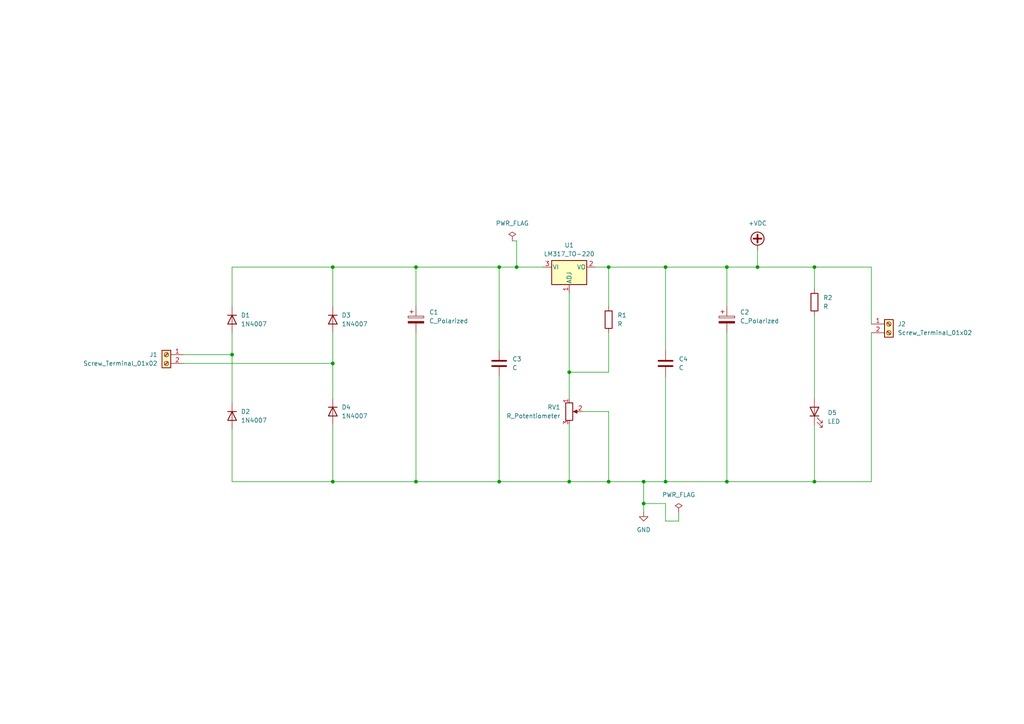
<source format=kicad_sch>
(kicad_sch
	(version 20231120)
	(generator "eeschema")
	(generator_version "8.0")
	(uuid "064e3726-804e-42e7-a651-6f5560fcd5ca")
	(paper "A4")
	(lib_symbols
		(symbol "Connector:Screw_Terminal_01x02"
			(pin_names
				(offset 1.016) hide)
			(exclude_from_sim no)
			(in_bom yes)
			(on_board yes)
			(property "Reference" "J"
				(at 0 2.54 0)
				(effects
					(font
						(size 1.27 1.27)
					)
				)
			)
			(property "Value" "Screw_Terminal_01x02"
				(at 0 -5.08 0)
				(effects
					(font
						(size 1.27 1.27)
					)
				)
			)
			(property "Footprint" ""
				(at 0 0 0)
				(effects
					(font
						(size 1.27 1.27)
					)
					(hide yes)
				)
			)
			(property "Datasheet" "~"
				(at 0 0 0)
				(effects
					(font
						(size 1.27 1.27)
					)
					(hide yes)
				)
			)
			(property "Description" "Generic screw terminal, single row, 01x02, script generated (kicad-library-utils/schlib/autogen/connector/)"
				(at 0 0 0)
				(effects
					(font
						(size 1.27 1.27)
					)
					(hide yes)
				)
			)
			(property "ki_keywords" "screw terminal"
				(at 0 0 0)
				(effects
					(font
						(size 1.27 1.27)
					)
					(hide yes)
				)
			)
			(property "ki_fp_filters" "TerminalBlock*:*"
				(at 0 0 0)
				(effects
					(font
						(size 1.27 1.27)
					)
					(hide yes)
				)
			)
			(symbol "Screw_Terminal_01x02_1_1"
				(rectangle
					(start -1.27 1.27)
					(end 1.27 -3.81)
					(stroke
						(width 0.254)
						(type default)
					)
					(fill
						(type background)
					)
				)
				(circle
					(center 0 -2.54)
					(radius 0.635)
					(stroke
						(width 0.1524)
						(type default)
					)
					(fill
						(type none)
					)
				)
				(polyline
					(pts
						(xy -0.5334 -2.2098) (xy 0.3302 -3.048)
					)
					(stroke
						(width 0.1524)
						(type default)
					)
					(fill
						(type none)
					)
				)
				(polyline
					(pts
						(xy -0.5334 0.3302) (xy 0.3302 -0.508)
					)
					(stroke
						(width 0.1524)
						(type default)
					)
					(fill
						(type none)
					)
				)
				(polyline
					(pts
						(xy -0.3556 -2.032) (xy 0.508 -2.8702)
					)
					(stroke
						(width 0.1524)
						(type default)
					)
					(fill
						(type none)
					)
				)
				(polyline
					(pts
						(xy -0.3556 0.508) (xy 0.508 -0.3302)
					)
					(stroke
						(width 0.1524)
						(type default)
					)
					(fill
						(type none)
					)
				)
				(circle
					(center 0 0)
					(radius 0.635)
					(stroke
						(width 0.1524)
						(type default)
					)
					(fill
						(type none)
					)
				)
				(pin passive line
					(at -5.08 0 0)
					(length 3.81)
					(name "Pin_1"
						(effects
							(font
								(size 1.27 1.27)
							)
						)
					)
					(number "1"
						(effects
							(font
								(size 1.27 1.27)
							)
						)
					)
				)
				(pin passive line
					(at -5.08 -2.54 0)
					(length 3.81)
					(name "Pin_2"
						(effects
							(font
								(size 1.27 1.27)
							)
						)
					)
					(number "2"
						(effects
							(font
								(size 1.27 1.27)
							)
						)
					)
				)
			)
		)
		(symbol "Device:C"
			(pin_numbers hide)
			(pin_names
				(offset 0.254)
			)
			(exclude_from_sim no)
			(in_bom yes)
			(on_board yes)
			(property "Reference" "C"
				(at 0.635 2.54 0)
				(effects
					(font
						(size 1.27 1.27)
					)
					(justify left)
				)
			)
			(property "Value" "C"
				(at 0.635 -2.54 0)
				(effects
					(font
						(size 1.27 1.27)
					)
					(justify left)
				)
			)
			(property "Footprint" ""
				(at 0.9652 -3.81 0)
				(effects
					(font
						(size 1.27 1.27)
					)
					(hide yes)
				)
			)
			(property "Datasheet" "~"
				(at 0 0 0)
				(effects
					(font
						(size 1.27 1.27)
					)
					(hide yes)
				)
			)
			(property "Description" "Unpolarized capacitor"
				(at 0 0 0)
				(effects
					(font
						(size 1.27 1.27)
					)
					(hide yes)
				)
			)
			(property "ki_keywords" "cap capacitor"
				(at 0 0 0)
				(effects
					(font
						(size 1.27 1.27)
					)
					(hide yes)
				)
			)
			(property "ki_fp_filters" "C_*"
				(at 0 0 0)
				(effects
					(font
						(size 1.27 1.27)
					)
					(hide yes)
				)
			)
			(symbol "C_0_1"
				(polyline
					(pts
						(xy -2.032 -0.762) (xy 2.032 -0.762)
					)
					(stroke
						(width 0.508)
						(type default)
					)
					(fill
						(type none)
					)
				)
				(polyline
					(pts
						(xy -2.032 0.762) (xy 2.032 0.762)
					)
					(stroke
						(width 0.508)
						(type default)
					)
					(fill
						(type none)
					)
				)
			)
			(symbol "C_1_1"
				(pin passive line
					(at 0 3.81 270)
					(length 2.794)
					(name "~"
						(effects
							(font
								(size 1.27 1.27)
							)
						)
					)
					(number "1"
						(effects
							(font
								(size 1.27 1.27)
							)
						)
					)
				)
				(pin passive line
					(at 0 -3.81 90)
					(length 2.794)
					(name "~"
						(effects
							(font
								(size 1.27 1.27)
							)
						)
					)
					(number "2"
						(effects
							(font
								(size 1.27 1.27)
							)
						)
					)
				)
			)
		)
		(symbol "Device:C_Polarized"
			(pin_numbers hide)
			(pin_names
				(offset 0.254)
			)
			(exclude_from_sim no)
			(in_bom yes)
			(on_board yes)
			(property "Reference" "C"
				(at 0.635 2.54 0)
				(effects
					(font
						(size 1.27 1.27)
					)
					(justify left)
				)
			)
			(property "Value" "C_Polarized"
				(at 0.635 -2.54 0)
				(effects
					(font
						(size 1.27 1.27)
					)
					(justify left)
				)
			)
			(property "Footprint" ""
				(at 0.9652 -3.81 0)
				(effects
					(font
						(size 1.27 1.27)
					)
					(hide yes)
				)
			)
			(property "Datasheet" "~"
				(at 0 0 0)
				(effects
					(font
						(size 1.27 1.27)
					)
					(hide yes)
				)
			)
			(property "Description" "Polarized capacitor"
				(at 0 0 0)
				(effects
					(font
						(size 1.27 1.27)
					)
					(hide yes)
				)
			)
			(property "ki_keywords" "cap capacitor"
				(at 0 0 0)
				(effects
					(font
						(size 1.27 1.27)
					)
					(hide yes)
				)
			)
			(property "ki_fp_filters" "CP_*"
				(at 0 0 0)
				(effects
					(font
						(size 1.27 1.27)
					)
					(hide yes)
				)
			)
			(symbol "C_Polarized_0_1"
				(rectangle
					(start -2.286 0.508)
					(end 2.286 1.016)
					(stroke
						(width 0)
						(type default)
					)
					(fill
						(type none)
					)
				)
				(polyline
					(pts
						(xy -1.778 2.286) (xy -0.762 2.286)
					)
					(stroke
						(width 0)
						(type default)
					)
					(fill
						(type none)
					)
				)
				(polyline
					(pts
						(xy -1.27 2.794) (xy -1.27 1.778)
					)
					(stroke
						(width 0)
						(type default)
					)
					(fill
						(type none)
					)
				)
				(rectangle
					(start 2.286 -0.508)
					(end -2.286 -1.016)
					(stroke
						(width 0)
						(type default)
					)
					(fill
						(type outline)
					)
				)
			)
			(symbol "C_Polarized_1_1"
				(pin passive line
					(at 0 3.81 270)
					(length 2.794)
					(name "~"
						(effects
							(font
								(size 1.27 1.27)
							)
						)
					)
					(number "1"
						(effects
							(font
								(size 1.27 1.27)
							)
						)
					)
				)
				(pin passive line
					(at 0 -3.81 90)
					(length 2.794)
					(name "~"
						(effects
							(font
								(size 1.27 1.27)
							)
						)
					)
					(number "2"
						(effects
							(font
								(size 1.27 1.27)
							)
						)
					)
				)
			)
		)
		(symbol "Device:LED"
			(pin_numbers hide)
			(pin_names
				(offset 1.016) hide)
			(exclude_from_sim no)
			(in_bom yes)
			(on_board yes)
			(property "Reference" "D"
				(at 0 2.54 0)
				(effects
					(font
						(size 1.27 1.27)
					)
				)
			)
			(property "Value" "LED"
				(at 0 -2.54 0)
				(effects
					(font
						(size 1.27 1.27)
					)
				)
			)
			(property "Footprint" ""
				(at 0 0 0)
				(effects
					(font
						(size 1.27 1.27)
					)
					(hide yes)
				)
			)
			(property "Datasheet" "~"
				(at 0 0 0)
				(effects
					(font
						(size 1.27 1.27)
					)
					(hide yes)
				)
			)
			(property "Description" "Light emitting diode"
				(at 0 0 0)
				(effects
					(font
						(size 1.27 1.27)
					)
					(hide yes)
				)
			)
			(property "ki_keywords" "LED diode"
				(at 0 0 0)
				(effects
					(font
						(size 1.27 1.27)
					)
					(hide yes)
				)
			)
			(property "ki_fp_filters" "LED* LED_SMD:* LED_THT:*"
				(at 0 0 0)
				(effects
					(font
						(size 1.27 1.27)
					)
					(hide yes)
				)
			)
			(symbol "LED_0_1"
				(polyline
					(pts
						(xy -1.27 -1.27) (xy -1.27 1.27)
					)
					(stroke
						(width 0.254)
						(type default)
					)
					(fill
						(type none)
					)
				)
				(polyline
					(pts
						(xy -1.27 0) (xy 1.27 0)
					)
					(stroke
						(width 0)
						(type default)
					)
					(fill
						(type none)
					)
				)
				(polyline
					(pts
						(xy 1.27 -1.27) (xy 1.27 1.27) (xy -1.27 0) (xy 1.27 -1.27)
					)
					(stroke
						(width 0.254)
						(type default)
					)
					(fill
						(type none)
					)
				)
				(polyline
					(pts
						(xy -3.048 -0.762) (xy -4.572 -2.286) (xy -3.81 -2.286) (xy -4.572 -2.286) (xy -4.572 -1.524)
					)
					(stroke
						(width 0)
						(type default)
					)
					(fill
						(type none)
					)
				)
				(polyline
					(pts
						(xy -1.778 -0.762) (xy -3.302 -2.286) (xy -2.54 -2.286) (xy -3.302 -2.286) (xy -3.302 -1.524)
					)
					(stroke
						(width 0)
						(type default)
					)
					(fill
						(type none)
					)
				)
			)
			(symbol "LED_1_1"
				(pin passive line
					(at -3.81 0 0)
					(length 2.54)
					(name "K"
						(effects
							(font
								(size 1.27 1.27)
							)
						)
					)
					(number "1"
						(effects
							(font
								(size 1.27 1.27)
							)
						)
					)
				)
				(pin passive line
					(at 3.81 0 180)
					(length 2.54)
					(name "A"
						(effects
							(font
								(size 1.27 1.27)
							)
						)
					)
					(number "2"
						(effects
							(font
								(size 1.27 1.27)
							)
						)
					)
				)
			)
		)
		(symbol "Device:R"
			(pin_numbers hide)
			(pin_names
				(offset 0)
			)
			(exclude_from_sim no)
			(in_bom yes)
			(on_board yes)
			(property "Reference" "R"
				(at 2.032 0 90)
				(effects
					(font
						(size 1.27 1.27)
					)
				)
			)
			(property "Value" "R"
				(at 0 0 90)
				(effects
					(font
						(size 1.27 1.27)
					)
				)
			)
			(property "Footprint" ""
				(at -1.778 0 90)
				(effects
					(font
						(size 1.27 1.27)
					)
					(hide yes)
				)
			)
			(property "Datasheet" "~"
				(at 0 0 0)
				(effects
					(font
						(size 1.27 1.27)
					)
					(hide yes)
				)
			)
			(property "Description" "Resistor"
				(at 0 0 0)
				(effects
					(font
						(size 1.27 1.27)
					)
					(hide yes)
				)
			)
			(property "ki_keywords" "R res resistor"
				(at 0 0 0)
				(effects
					(font
						(size 1.27 1.27)
					)
					(hide yes)
				)
			)
			(property "ki_fp_filters" "R_*"
				(at 0 0 0)
				(effects
					(font
						(size 1.27 1.27)
					)
					(hide yes)
				)
			)
			(symbol "R_0_1"
				(rectangle
					(start -1.016 -2.54)
					(end 1.016 2.54)
					(stroke
						(width 0.254)
						(type default)
					)
					(fill
						(type none)
					)
				)
			)
			(symbol "R_1_1"
				(pin passive line
					(at 0 3.81 270)
					(length 1.27)
					(name "~"
						(effects
							(font
								(size 1.27 1.27)
							)
						)
					)
					(number "1"
						(effects
							(font
								(size 1.27 1.27)
							)
						)
					)
				)
				(pin passive line
					(at 0 -3.81 90)
					(length 1.27)
					(name "~"
						(effects
							(font
								(size 1.27 1.27)
							)
						)
					)
					(number "2"
						(effects
							(font
								(size 1.27 1.27)
							)
						)
					)
				)
			)
		)
		(symbol "Device:R_Potentiometer"
			(pin_names
				(offset 1.016) hide)
			(exclude_from_sim no)
			(in_bom yes)
			(on_board yes)
			(property "Reference" "RV"
				(at -4.445 0 90)
				(effects
					(font
						(size 1.27 1.27)
					)
				)
			)
			(property "Value" "R_Potentiometer"
				(at -2.54 0 90)
				(effects
					(font
						(size 1.27 1.27)
					)
				)
			)
			(property "Footprint" ""
				(at 0 0 0)
				(effects
					(font
						(size 1.27 1.27)
					)
					(hide yes)
				)
			)
			(property "Datasheet" "~"
				(at 0 0 0)
				(effects
					(font
						(size 1.27 1.27)
					)
					(hide yes)
				)
			)
			(property "Description" "Potentiometer"
				(at 0 0 0)
				(effects
					(font
						(size 1.27 1.27)
					)
					(hide yes)
				)
			)
			(property "ki_keywords" "resistor variable"
				(at 0 0 0)
				(effects
					(font
						(size 1.27 1.27)
					)
					(hide yes)
				)
			)
			(property "ki_fp_filters" "Potentiometer*"
				(at 0 0 0)
				(effects
					(font
						(size 1.27 1.27)
					)
					(hide yes)
				)
			)
			(symbol "R_Potentiometer_0_1"
				(polyline
					(pts
						(xy 2.54 0) (xy 1.524 0)
					)
					(stroke
						(width 0)
						(type default)
					)
					(fill
						(type none)
					)
				)
				(polyline
					(pts
						(xy 1.143 0) (xy 2.286 0.508) (xy 2.286 -0.508) (xy 1.143 0)
					)
					(stroke
						(width 0)
						(type default)
					)
					(fill
						(type outline)
					)
				)
				(rectangle
					(start 1.016 2.54)
					(end -1.016 -2.54)
					(stroke
						(width 0.254)
						(type default)
					)
					(fill
						(type none)
					)
				)
			)
			(symbol "R_Potentiometer_1_1"
				(pin passive line
					(at 0 3.81 270)
					(length 1.27)
					(name "1"
						(effects
							(font
								(size 1.27 1.27)
							)
						)
					)
					(number "1"
						(effects
							(font
								(size 1.27 1.27)
							)
						)
					)
				)
				(pin passive line
					(at 3.81 0 180)
					(length 1.27)
					(name "2"
						(effects
							(font
								(size 1.27 1.27)
							)
						)
					)
					(number "2"
						(effects
							(font
								(size 1.27 1.27)
							)
						)
					)
				)
				(pin passive line
					(at 0 -3.81 90)
					(length 1.27)
					(name "3"
						(effects
							(font
								(size 1.27 1.27)
							)
						)
					)
					(number "3"
						(effects
							(font
								(size 1.27 1.27)
							)
						)
					)
				)
			)
		)
		(symbol "Diode:1N4007"
			(pin_numbers hide)
			(pin_names hide)
			(exclude_from_sim no)
			(in_bom yes)
			(on_board yes)
			(property "Reference" "D"
				(at 0 2.54 0)
				(effects
					(font
						(size 1.27 1.27)
					)
				)
			)
			(property "Value" "1N4007"
				(at 0 -2.54 0)
				(effects
					(font
						(size 1.27 1.27)
					)
				)
			)
			(property "Footprint" "Diode_THT:D_DO-41_SOD81_P10.16mm_Horizontal"
				(at 0 -4.445 0)
				(effects
					(font
						(size 1.27 1.27)
					)
					(hide yes)
				)
			)
			(property "Datasheet" "http://www.vishay.com/docs/88503/1n4001.pdf"
				(at 0 0 0)
				(effects
					(font
						(size 1.27 1.27)
					)
					(hide yes)
				)
			)
			(property "Description" "1000V 1A General Purpose Rectifier Diode, DO-41"
				(at 0 0 0)
				(effects
					(font
						(size 1.27 1.27)
					)
					(hide yes)
				)
			)
			(property "Sim.Device" "D"
				(at 0 0 0)
				(effects
					(font
						(size 1.27 1.27)
					)
					(hide yes)
				)
			)
			(property "Sim.Pins" "1=K 2=A"
				(at 0 0 0)
				(effects
					(font
						(size 1.27 1.27)
					)
					(hide yes)
				)
			)
			(property "ki_keywords" "diode"
				(at 0 0 0)
				(effects
					(font
						(size 1.27 1.27)
					)
					(hide yes)
				)
			)
			(property "ki_fp_filters" "D*DO?41*"
				(at 0 0 0)
				(effects
					(font
						(size 1.27 1.27)
					)
					(hide yes)
				)
			)
			(symbol "1N4007_0_1"
				(polyline
					(pts
						(xy -1.27 1.27) (xy -1.27 -1.27)
					)
					(stroke
						(width 0.254)
						(type default)
					)
					(fill
						(type none)
					)
				)
				(polyline
					(pts
						(xy 1.27 0) (xy -1.27 0)
					)
					(stroke
						(width 0)
						(type default)
					)
					(fill
						(type none)
					)
				)
				(polyline
					(pts
						(xy 1.27 1.27) (xy 1.27 -1.27) (xy -1.27 0) (xy 1.27 1.27)
					)
					(stroke
						(width 0.254)
						(type default)
					)
					(fill
						(type none)
					)
				)
			)
			(symbol "1N4007_1_1"
				(pin passive line
					(at -3.81 0 0)
					(length 2.54)
					(name "K"
						(effects
							(font
								(size 1.27 1.27)
							)
						)
					)
					(number "1"
						(effects
							(font
								(size 1.27 1.27)
							)
						)
					)
				)
				(pin passive line
					(at 3.81 0 180)
					(length 2.54)
					(name "A"
						(effects
							(font
								(size 1.27 1.27)
							)
						)
					)
					(number "2"
						(effects
							(font
								(size 1.27 1.27)
							)
						)
					)
				)
			)
		)
		(symbol "Regulator_Linear:LM317_TO-220"
			(pin_names
				(offset 0.254)
			)
			(exclude_from_sim no)
			(in_bom yes)
			(on_board yes)
			(property "Reference" "U"
				(at -3.81 3.175 0)
				(effects
					(font
						(size 1.27 1.27)
					)
				)
			)
			(property "Value" "LM317_TO-220"
				(at 0 3.175 0)
				(effects
					(font
						(size 1.27 1.27)
					)
					(justify left)
				)
			)
			(property "Footprint" "Package_TO_SOT_THT:TO-220-3_Vertical"
				(at 0 6.35 0)
				(effects
					(font
						(size 1.27 1.27)
						(italic yes)
					)
					(hide yes)
				)
			)
			(property "Datasheet" "http://www.ti.com/lit/ds/symlink/lm317.pdf"
				(at 0 0 0)
				(effects
					(font
						(size 1.27 1.27)
					)
					(hide yes)
				)
			)
			(property "Description" "1.5A 35V Adjustable Linear Regulator, TO-220"
				(at 0 0 0)
				(effects
					(font
						(size 1.27 1.27)
					)
					(hide yes)
				)
			)
			(property "ki_keywords" "Adjustable Voltage Regulator 1A Positive"
				(at 0 0 0)
				(effects
					(font
						(size 1.27 1.27)
					)
					(hide yes)
				)
			)
			(property "ki_fp_filters" "TO?220*"
				(at 0 0 0)
				(effects
					(font
						(size 1.27 1.27)
					)
					(hide yes)
				)
			)
			(symbol "LM317_TO-220_0_1"
				(rectangle
					(start -5.08 1.905)
					(end 5.08 -5.08)
					(stroke
						(width 0.254)
						(type default)
					)
					(fill
						(type background)
					)
				)
			)
			(symbol "LM317_TO-220_1_1"
				(pin input line
					(at 0 -7.62 90)
					(length 2.54)
					(name "ADJ"
						(effects
							(font
								(size 1.27 1.27)
							)
						)
					)
					(number "1"
						(effects
							(font
								(size 1.27 1.27)
							)
						)
					)
				)
				(pin power_out line
					(at 7.62 0 180)
					(length 2.54)
					(name "VO"
						(effects
							(font
								(size 1.27 1.27)
							)
						)
					)
					(number "2"
						(effects
							(font
								(size 1.27 1.27)
							)
						)
					)
				)
				(pin power_in line
					(at -7.62 0 0)
					(length 2.54)
					(name "VI"
						(effects
							(font
								(size 1.27 1.27)
							)
						)
					)
					(number "3"
						(effects
							(font
								(size 1.27 1.27)
							)
						)
					)
				)
			)
		)
		(symbol "power:+VDC"
			(power)
			(pin_numbers hide)
			(pin_names
				(offset 0) hide)
			(exclude_from_sim no)
			(in_bom yes)
			(on_board yes)
			(property "Reference" "#PWR"
				(at 0 -2.54 0)
				(effects
					(font
						(size 1.27 1.27)
					)
					(hide yes)
				)
			)
			(property "Value" "+VDC"
				(at 0 6.35 0)
				(effects
					(font
						(size 1.27 1.27)
					)
				)
			)
			(property "Footprint" ""
				(at 0 0 0)
				(effects
					(font
						(size 1.27 1.27)
					)
					(hide yes)
				)
			)
			(property "Datasheet" ""
				(at 0 0 0)
				(effects
					(font
						(size 1.27 1.27)
					)
					(hide yes)
				)
			)
			(property "Description" "Power symbol creates a global label with name \"+VDC\""
				(at 0 0 0)
				(effects
					(font
						(size 1.27 1.27)
					)
					(hide yes)
				)
			)
			(property "ki_keywords" "global power"
				(at 0 0 0)
				(effects
					(font
						(size 1.27 1.27)
					)
					(hide yes)
				)
			)
			(symbol "+VDC_0_1"
				(polyline
					(pts
						(xy -1.143 3.175) (xy 1.143 3.175)
					)
					(stroke
						(width 0.508)
						(type default)
					)
					(fill
						(type none)
					)
				)
				(polyline
					(pts
						(xy 0 0) (xy 0 1.27)
					)
					(stroke
						(width 0)
						(type default)
					)
					(fill
						(type none)
					)
				)
				(polyline
					(pts
						(xy 0 2.032) (xy 0 4.318)
					)
					(stroke
						(width 0.508)
						(type default)
					)
					(fill
						(type none)
					)
				)
				(circle
					(center 0 3.175)
					(radius 1.905)
					(stroke
						(width 0.254)
						(type default)
					)
					(fill
						(type none)
					)
				)
			)
			(symbol "+VDC_1_1"
				(pin power_in line
					(at 0 0 90)
					(length 0)
					(name "~"
						(effects
							(font
								(size 1.27 1.27)
							)
						)
					)
					(number "1"
						(effects
							(font
								(size 1.27 1.27)
							)
						)
					)
				)
			)
		)
		(symbol "power:GND"
			(power)
			(pin_numbers hide)
			(pin_names
				(offset 0) hide)
			(exclude_from_sim no)
			(in_bom yes)
			(on_board yes)
			(property "Reference" "#PWR"
				(at 0 -6.35 0)
				(effects
					(font
						(size 1.27 1.27)
					)
					(hide yes)
				)
			)
			(property "Value" "GND"
				(at 0 -3.81 0)
				(effects
					(font
						(size 1.27 1.27)
					)
				)
			)
			(property "Footprint" ""
				(at 0 0 0)
				(effects
					(font
						(size 1.27 1.27)
					)
					(hide yes)
				)
			)
			(property "Datasheet" ""
				(at 0 0 0)
				(effects
					(font
						(size 1.27 1.27)
					)
					(hide yes)
				)
			)
			(property "Description" "Power symbol creates a global label with name \"GND\" , ground"
				(at 0 0 0)
				(effects
					(font
						(size 1.27 1.27)
					)
					(hide yes)
				)
			)
			(property "ki_keywords" "global power"
				(at 0 0 0)
				(effects
					(font
						(size 1.27 1.27)
					)
					(hide yes)
				)
			)
			(symbol "GND_0_1"
				(polyline
					(pts
						(xy 0 0) (xy 0 -1.27) (xy 1.27 -1.27) (xy 0 -2.54) (xy -1.27 -1.27) (xy 0 -1.27)
					)
					(stroke
						(width 0)
						(type default)
					)
					(fill
						(type none)
					)
				)
			)
			(symbol "GND_1_1"
				(pin power_in line
					(at 0 0 270)
					(length 0)
					(name "~"
						(effects
							(font
								(size 1.27 1.27)
							)
						)
					)
					(number "1"
						(effects
							(font
								(size 1.27 1.27)
							)
						)
					)
				)
			)
		)
		(symbol "power:PWR_FLAG"
			(power)
			(pin_numbers hide)
			(pin_names
				(offset 0) hide)
			(exclude_from_sim no)
			(in_bom yes)
			(on_board yes)
			(property "Reference" "#FLG"
				(at 0 1.905 0)
				(effects
					(font
						(size 1.27 1.27)
					)
					(hide yes)
				)
			)
			(property "Value" "PWR_FLAG"
				(at 0 3.81 0)
				(effects
					(font
						(size 1.27 1.27)
					)
				)
			)
			(property "Footprint" ""
				(at 0 0 0)
				(effects
					(font
						(size 1.27 1.27)
					)
					(hide yes)
				)
			)
			(property "Datasheet" "~"
				(at 0 0 0)
				(effects
					(font
						(size 1.27 1.27)
					)
					(hide yes)
				)
			)
			(property "Description" "Special symbol for telling ERC where power comes from"
				(at 0 0 0)
				(effects
					(font
						(size 1.27 1.27)
					)
					(hide yes)
				)
			)
			(property "ki_keywords" "flag power"
				(at 0 0 0)
				(effects
					(font
						(size 1.27 1.27)
					)
					(hide yes)
				)
			)
			(symbol "PWR_FLAG_0_0"
				(pin power_out line
					(at 0 0 90)
					(length 0)
					(name "~"
						(effects
							(font
								(size 1.27 1.27)
							)
						)
					)
					(number "1"
						(effects
							(font
								(size 1.27 1.27)
							)
						)
					)
				)
			)
			(symbol "PWR_FLAG_0_1"
				(polyline
					(pts
						(xy 0 0) (xy 0 1.27) (xy -1.016 1.905) (xy 0 2.54) (xy 1.016 1.905) (xy 0 1.27)
					)
					(stroke
						(width 0)
						(type default)
					)
					(fill
						(type none)
					)
				)
			)
		)
	)
	(junction
		(at 165.1 107.95)
		(diameter 0)
		(color 0 0 0 0)
		(uuid "007c2216-cf27-401c-9bd5-a0bd6351a5c7")
	)
	(junction
		(at 144.78 139.7)
		(diameter 0)
		(color 0 0 0 0)
		(uuid "0ea164fa-2c81-450d-bc6b-988bc7fd8ba8")
	)
	(junction
		(at 96.52 77.47)
		(diameter 0)
		(color 0 0 0 0)
		(uuid "2269f452-21f4-4dc9-ba57-dd753f87bfe1")
	)
	(junction
		(at 193.04 139.7)
		(diameter 0)
		(color 0 0 0 0)
		(uuid "2646a67b-b365-47ee-82db-79b1dbd391a7")
	)
	(junction
		(at 67.31 102.87)
		(diameter 0)
		(color 0 0 0 0)
		(uuid "272f45fd-86c4-4b14-9ff6-9fb0365335cb")
	)
	(junction
		(at 176.53 139.7)
		(diameter 0)
		(color 0 0 0 0)
		(uuid "2ffe23bd-559c-48ea-85be-1ecae4f518a5")
	)
	(junction
		(at 236.22 77.47)
		(diameter 0)
		(color 0 0 0 0)
		(uuid "33850020-9b7e-4171-86aa-f38b8f10f5b6")
	)
	(junction
		(at 165.1 139.7)
		(diameter 0)
		(color 0 0 0 0)
		(uuid "3e8e4b21-f3f7-4860-a241-a8d110ce2519")
	)
	(junction
		(at 96.52 105.41)
		(diameter 0)
		(color 0 0 0 0)
		(uuid "3fb6e9ba-885d-4f2c-b5ad-356256678b61")
	)
	(junction
		(at 236.22 139.7)
		(diameter 0)
		(color 0 0 0 0)
		(uuid "458f12b2-d9ac-403a-a757-b04e1cb463b0")
	)
	(junction
		(at 176.53 77.47)
		(diameter 0)
		(color 0 0 0 0)
		(uuid "50e4b2d0-9190-4e3d-ac87-4684f1acd61d")
	)
	(junction
		(at 149.86 77.47)
		(diameter 0)
		(color 0 0 0 0)
		(uuid "60033036-4890-48cf-803a-fe88fb4373da")
	)
	(junction
		(at 120.65 139.7)
		(diameter 0)
		(color 0 0 0 0)
		(uuid "646a5b07-aa0c-4665-a58a-4cea44adcbb2")
	)
	(junction
		(at 210.82 139.7)
		(diameter 0)
		(color 0 0 0 0)
		(uuid "6733edfb-68cb-4b3c-9a10-fa88faa82cdb")
	)
	(junction
		(at 186.69 146.05)
		(diameter 0)
		(color 0 0 0 0)
		(uuid "6740b41b-5a1b-4f35-91b8-b7b8890d4f54")
	)
	(junction
		(at 210.82 77.47)
		(diameter 0)
		(color 0 0 0 0)
		(uuid "6e3312bb-ef99-4d33-ac8e-9c254de72121")
	)
	(junction
		(at 144.78 77.47)
		(diameter 0)
		(color 0 0 0 0)
		(uuid "72b51ee4-62a0-4f37-93bc-69e61e7025f5")
	)
	(junction
		(at 186.69 139.7)
		(diameter 0)
		(color 0 0 0 0)
		(uuid "7d87de82-7e62-4fb8-b389-aec0e7b0aab2")
	)
	(junction
		(at 219.71 77.47)
		(diameter 0)
		(color 0 0 0 0)
		(uuid "9dd5cce9-47a2-48e3-8742-87c540580b0b")
	)
	(junction
		(at 193.04 77.47)
		(diameter 0)
		(color 0 0 0 0)
		(uuid "9eb894cf-a0f1-46bd-8b91-6b4d7946a808")
	)
	(junction
		(at 96.52 139.7)
		(diameter 0)
		(color 0 0 0 0)
		(uuid "d5f1dbac-0285-417e-92c2-1283eef90661")
	)
	(junction
		(at 120.65 77.47)
		(diameter 0)
		(color 0 0 0 0)
		(uuid "e5c1a661-bb3c-4ded-9fc0-0a488d2dcc7c")
	)
	(wire
		(pts
			(xy 219.71 77.47) (xy 236.22 77.47)
		)
		(stroke
			(width 0)
			(type default)
		)
		(uuid "01183a9a-67cd-4db9-93eb-62b6ed439172")
	)
	(wire
		(pts
			(xy 176.53 119.38) (xy 176.53 139.7)
		)
		(stroke
			(width 0)
			(type default)
		)
		(uuid "0172c100-3ead-4246-bfcd-162e0b5ff03e")
	)
	(wire
		(pts
			(xy 144.78 139.7) (xy 165.1 139.7)
		)
		(stroke
			(width 0)
			(type default)
		)
		(uuid "0788c5ad-3e42-49b0-abc3-b95e2f0e3da8")
	)
	(wire
		(pts
			(xy 236.22 139.7) (xy 252.73 139.7)
		)
		(stroke
			(width 0)
			(type default)
		)
		(uuid "0d26e346-41e1-43e1-91ef-212132c3bce0")
	)
	(wire
		(pts
			(xy 67.31 77.47) (xy 67.31 88.9)
		)
		(stroke
			(width 0)
			(type default)
		)
		(uuid "10e7e313-6da4-4287-962b-91e01f583cea")
	)
	(wire
		(pts
			(xy 193.04 151.13) (xy 196.85 151.13)
		)
		(stroke
			(width 0)
			(type default)
		)
		(uuid "13cf4e66-4a94-4ef8-b8f3-4bc36cb6682b")
	)
	(wire
		(pts
			(xy 120.65 96.52) (xy 120.65 139.7)
		)
		(stroke
			(width 0)
			(type default)
		)
		(uuid "164555c3-4ba2-4495-88d0-0d7cf28064ba")
	)
	(wire
		(pts
			(xy 67.31 102.87) (xy 67.31 96.52)
		)
		(stroke
			(width 0)
			(type default)
		)
		(uuid "1a67624f-1295-4033-bfb5-97ffde063283")
	)
	(wire
		(pts
			(xy 165.1 139.7) (xy 176.53 139.7)
		)
		(stroke
			(width 0)
			(type default)
		)
		(uuid "22367297-c322-42b9-a9ff-430cb398def0")
	)
	(wire
		(pts
			(xy 210.82 77.47) (xy 210.82 88.9)
		)
		(stroke
			(width 0)
			(type default)
		)
		(uuid "2505be5f-962d-40a8-85df-1f17854169e2")
	)
	(wire
		(pts
			(xy 219.71 72.39) (xy 219.71 77.47)
		)
		(stroke
			(width 0)
			(type default)
		)
		(uuid "25c1597f-3d18-4621-9edb-a5d605a569f9")
	)
	(wire
		(pts
			(xy 210.82 139.7) (xy 236.22 139.7)
		)
		(stroke
			(width 0)
			(type default)
		)
		(uuid "2c7cf7b9-2ddb-40f0-bd4d-fde9928e91c1")
	)
	(wire
		(pts
			(xy 120.65 77.47) (xy 120.65 88.9)
		)
		(stroke
			(width 0)
			(type default)
		)
		(uuid "30e72630-df4a-4e26-9252-0fd2c1c0de1f")
	)
	(wire
		(pts
			(xy 186.69 146.05) (xy 186.69 148.59)
		)
		(stroke
			(width 0)
			(type default)
		)
		(uuid "34bc538f-e522-4d8e-b4ae-c4fafefe992b")
	)
	(wire
		(pts
			(xy 165.1 85.09) (xy 165.1 107.95)
		)
		(stroke
			(width 0)
			(type default)
		)
		(uuid "3568295b-43b0-4dac-978a-8b9cc5def16c")
	)
	(wire
		(pts
			(xy 193.04 146.05) (xy 193.04 151.13)
		)
		(stroke
			(width 0)
			(type default)
		)
		(uuid "392078bd-b6c3-4e10-92f2-aee65f1ef136")
	)
	(wire
		(pts
			(xy 96.52 77.47) (xy 96.52 88.9)
		)
		(stroke
			(width 0)
			(type default)
		)
		(uuid "40aa37ef-9331-427d-a0b0-9ff5fecb0ecf")
	)
	(wire
		(pts
			(xy 165.1 107.95) (xy 165.1 115.57)
		)
		(stroke
			(width 0)
			(type default)
		)
		(uuid "42132562-5e6e-4aec-8542-6aaea06430ca")
	)
	(wire
		(pts
			(xy 210.82 96.52) (xy 210.82 139.7)
		)
		(stroke
			(width 0)
			(type default)
		)
		(uuid "466334f9-a03c-4313-bedf-cc94b3763d90")
	)
	(wire
		(pts
			(xy 96.52 105.41) (xy 96.52 115.57)
		)
		(stroke
			(width 0)
			(type default)
		)
		(uuid "46696934-bb1e-443d-8565-8cb14f54f625")
	)
	(wire
		(pts
			(xy 96.52 139.7) (xy 120.65 139.7)
		)
		(stroke
			(width 0)
			(type default)
		)
		(uuid "53290140-b9b1-4635-a6e2-dcf614b623d6")
	)
	(wire
		(pts
			(xy 144.78 77.47) (xy 120.65 77.47)
		)
		(stroke
			(width 0)
			(type default)
		)
		(uuid "53466dd0-b961-4a20-b437-40572f71a001")
	)
	(wire
		(pts
			(xy 53.34 105.41) (xy 96.52 105.41)
		)
		(stroke
			(width 0)
			(type default)
		)
		(uuid "53b1e066-de12-45ac-a0ab-a5e99f1fd043")
	)
	(wire
		(pts
			(xy 96.52 123.19) (xy 96.52 139.7)
		)
		(stroke
			(width 0)
			(type default)
		)
		(uuid "5805365f-3d63-4da3-a6ea-71b60aaa9f00")
	)
	(wire
		(pts
			(xy 210.82 77.47) (xy 219.71 77.47)
		)
		(stroke
			(width 0)
			(type default)
		)
		(uuid "580c09a2-ebaf-4453-8d18-114329ba3a6a")
	)
	(wire
		(pts
			(xy 144.78 77.47) (xy 144.78 101.6)
		)
		(stroke
			(width 0)
			(type default)
		)
		(uuid "5bf7191c-0a51-489c-9da5-b3088e1e13f9")
	)
	(wire
		(pts
			(xy 148.59 69.85) (xy 149.86 69.85)
		)
		(stroke
			(width 0)
			(type default)
		)
		(uuid "633440a3-8164-4750-aeff-b1542b2a4479")
	)
	(wire
		(pts
			(xy 67.31 102.87) (xy 67.31 116.84)
		)
		(stroke
			(width 0)
			(type default)
		)
		(uuid "65ddddc0-2688-46ec-9ce4-d47c6f4fdeac")
	)
	(wire
		(pts
			(xy 120.65 139.7) (xy 144.78 139.7)
		)
		(stroke
			(width 0)
			(type default)
		)
		(uuid "6b75528d-33a9-4b81-ba23-2327a88dcf27")
	)
	(wire
		(pts
			(xy 176.53 77.47) (xy 193.04 77.47)
		)
		(stroke
			(width 0)
			(type default)
		)
		(uuid "6d80c8bd-b20f-4c5e-80bc-18ff65e5a5a6")
	)
	(wire
		(pts
			(xy 193.04 139.7) (xy 210.82 139.7)
		)
		(stroke
			(width 0)
			(type default)
		)
		(uuid "711d7c7e-a941-4604-afb4-f6877f207f5b")
	)
	(wire
		(pts
			(xy 196.85 151.13) (xy 196.85 148.59)
		)
		(stroke
			(width 0)
			(type default)
		)
		(uuid "717a31d2-c134-4f48-9f7e-a9ba332ab41a")
	)
	(wire
		(pts
			(xy 149.86 69.85) (xy 149.86 77.47)
		)
		(stroke
			(width 0)
			(type default)
		)
		(uuid "757e16da-e3de-4187-96ec-0f4d9faf43a6")
	)
	(wire
		(pts
			(xy 236.22 91.44) (xy 236.22 115.57)
		)
		(stroke
			(width 0)
			(type default)
		)
		(uuid "79a1867b-3988-430c-907f-72c94c5d0140")
	)
	(wire
		(pts
			(xy 236.22 77.47) (xy 252.73 77.47)
		)
		(stroke
			(width 0)
			(type default)
		)
		(uuid "7c5a3e6d-5fdf-4eba-b998-3afaeecfa07e")
	)
	(wire
		(pts
			(xy 236.22 77.47) (xy 236.22 83.82)
		)
		(stroke
			(width 0)
			(type default)
		)
		(uuid "84016787-fc16-43ae-924c-0ccb3ef86df6")
	)
	(wire
		(pts
			(xy 168.91 119.38) (xy 176.53 119.38)
		)
		(stroke
			(width 0)
			(type default)
		)
		(uuid "981caa87-1508-47c7-9a64-2b277b90f52b")
	)
	(wire
		(pts
			(xy 67.31 139.7) (xy 96.52 139.7)
		)
		(stroke
			(width 0)
			(type default)
		)
		(uuid "99c6e36b-8c22-42e4-834c-ef84fb39cd3f")
	)
	(wire
		(pts
			(xy 193.04 109.22) (xy 193.04 139.7)
		)
		(stroke
			(width 0)
			(type default)
		)
		(uuid "9bc1bfcc-6bf1-4ada-b120-48433650c9ed")
	)
	(wire
		(pts
			(xy 186.69 139.7) (xy 186.69 146.05)
		)
		(stroke
			(width 0)
			(type default)
		)
		(uuid "9e480a15-f36f-4dbe-8a16-5a984e86e835")
	)
	(wire
		(pts
			(xy 120.65 77.47) (xy 96.52 77.47)
		)
		(stroke
			(width 0)
			(type default)
		)
		(uuid "9efc394b-1812-4e88-9d4b-6c4fc5c72aa4")
	)
	(wire
		(pts
			(xy 144.78 109.22) (xy 144.78 139.7)
		)
		(stroke
			(width 0)
			(type default)
		)
		(uuid "a40d65ee-767a-404e-ba66-407b0cfc30bb")
	)
	(wire
		(pts
			(xy 176.53 139.7) (xy 186.69 139.7)
		)
		(stroke
			(width 0)
			(type default)
		)
		(uuid "ad511b27-206c-4b35-ab34-471b97ae17d4")
	)
	(wire
		(pts
			(xy 149.86 77.47) (xy 157.48 77.47)
		)
		(stroke
			(width 0)
			(type default)
		)
		(uuid "b714917e-c68a-403c-8b5f-86d57e68a642")
	)
	(wire
		(pts
			(xy 144.78 77.47) (xy 149.86 77.47)
		)
		(stroke
			(width 0)
			(type default)
		)
		(uuid "b76f2a2b-bb48-4fe9-abd7-ae54c1e3df9d")
	)
	(wire
		(pts
			(xy 176.53 96.52) (xy 176.53 107.95)
		)
		(stroke
			(width 0)
			(type default)
		)
		(uuid "b7cebec9-e5b6-4602-a977-9e5e23ca34ad")
	)
	(wire
		(pts
			(xy 67.31 124.46) (xy 67.31 139.7)
		)
		(stroke
			(width 0)
			(type default)
		)
		(uuid "ba47f2bd-87cf-4584-83b3-18387aa5bc6b")
	)
	(wire
		(pts
			(xy 236.22 123.19) (xy 236.22 139.7)
		)
		(stroke
			(width 0)
			(type default)
		)
		(uuid "bd115555-54f1-4668-9149-7aceb264e947")
	)
	(wire
		(pts
			(xy 252.73 77.47) (xy 252.73 93.98)
		)
		(stroke
			(width 0)
			(type default)
		)
		(uuid "c12054f6-1650-4572-a374-b05d66e84197")
	)
	(wire
		(pts
			(xy 96.52 96.52) (xy 96.52 105.41)
		)
		(stroke
			(width 0)
			(type default)
		)
		(uuid "c79029c7-9803-4b95-a4ee-dc9ead2933f6")
	)
	(wire
		(pts
			(xy 176.53 77.47) (xy 176.53 88.9)
		)
		(stroke
			(width 0)
			(type default)
		)
		(uuid "c84922d3-3808-48b4-86c2-268b2b650eb9")
	)
	(wire
		(pts
			(xy 96.52 77.47) (xy 67.31 77.47)
		)
		(stroke
			(width 0)
			(type default)
		)
		(uuid "c9552030-d734-468c-a3e3-616af8dc84f6")
	)
	(wire
		(pts
			(xy 186.69 139.7) (xy 193.04 139.7)
		)
		(stroke
			(width 0)
			(type default)
		)
		(uuid "ccf52d0d-59e9-4b50-9121-2a5e2cba4e6d")
	)
	(wire
		(pts
			(xy 252.73 139.7) (xy 252.73 96.52)
		)
		(stroke
			(width 0)
			(type default)
		)
		(uuid "d15d4984-070a-427b-9cfa-2ad26fd482ab")
	)
	(wire
		(pts
			(xy 193.04 77.47) (xy 210.82 77.47)
		)
		(stroke
			(width 0)
			(type default)
		)
		(uuid "e09aef0d-9ab0-40bf-acc9-932e00bbc79a")
	)
	(wire
		(pts
			(xy 193.04 77.47) (xy 193.04 101.6)
		)
		(stroke
			(width 0)
			(type default)
		)
		(uuid "e720c899-5d39-4a8c-803a-b19be1a8c508")
	)
	(wire
		(pts
			(xy 165.1 123.19) (xy 165.1 139.7)
		)
		(stroke
			(width 0)
			(type default)
		)
		(uuid "efaaa1fb-88a7-4d71-afbf-5f9137cfd620")
	)
	(wire
		(pts
			(xy 53.34 102.87) (xy 67.31 102.87)
		)
		(stroke
			(width 0)
			(type default)
		)
		(uuid "f0a38435-fba0-40b6-bbd0-fe6130ddde11")
	)
	(wire
		(pts
			(xy 186.69 146.05) (xy 193.04 146.05)
		)
		(stroke
			(width 0)
			(type default)
		)
		(uuid "f14854f2-9dad-4669-8428-9c2e035fdb7c")
	)
	(wire
		(pts
			(xy 176.53 107.95) (xy 165.1 107.95)
		)
		(stroke
			(width 0)
			(type default)
		)
		(uuid "f2fe6350-0388-42c3-96ae-a0c98bfc94bc")
	)
	(wire
		(pts
			(xy 172.72 77.47) (xy 176.53 77.47)
		)
		(stroke
			(width 0)
			(type default)
		)
		(uuid "fdfc16d3-2851-4a3f-94ef-0f75b7c5bb04")
	)
	(symbol
		(lib_id "Connector:Screw_Terminal_01x02")
		(at 257.81 93.98 0)
		(unit 1)
		(exclude_from_sim no)
		(in_bom yes)
		(on_board yes)
		(dnp no)
		(fields_autoplaced yes)
		(uuid "05cdf140-1088-40ec-92be-8b90b2ab85ad")
		(property "Reference" "J2"
			(at 260.35 93.9799 0)
			(effects
				(font
					(size 1.27 1.27)
				)
				(justify left)
			)
		)
		(property "Value" "Screw_Terminal_01x02"
			(at 260.35 96.5199 0)
			(effects
				(font
					(size 1.27 1.27)
				)
				(justify left)
			)
		)
		(property "Footprint" "TerminalBlock_Altech:Altech_AK300_1x02_P5.00mm_45-Degree"
			(at 257.81 93.98 0)
			(effects
				(font
					(size 1.27 1.27)
				)
				(hide yes)
			)
		)
		(property "Datasheet" "~"
			(at 257.81 93.98 0)
			(effects
				(font
					(size 1.27 1.27)
				)
				(hide yes)
			)
		)
		(property "Description" "Generic screw terminal, single row, 01x02, script generated (kicad-library-utils/schlib/autogen/connector/)"
			(at 257.81 93.98 0)
			(effects
				(font
					(size 1.27 1.27)
				)
				(hide yes)
			)
		)
		(pin "1"
			(uuid "8e80b9a4-d171-44ac-8049-b871b37f01fc")
		)
		(pin "2"
			(uuid "a8e06440-9ac8-40f1-b523-afb30caed242")
		)
		(instances
			(project "FuenteBAE"
				(path "/064e3726-804e-42e7-a651-6f5560fcd5ca"
					(reference "J2")
					(unit 1)
				)
			)
		)
	)
	(symbol
		(lib_id "Device:C_Polarized")
		(at 120.65 92.71 0)
		(unit 1)
		(exclude_from_sim no)
		(in_bom yes)
		(on_board yes)
		(dnp no)
		(fields_autoplaced yes)
		(uuid "16170b8d-d123-49a8-ab32-e0ea18e3e4da")
		(property "Reference" "C1"
			(at 124.46 90.5509 0)
			(effects
				(font
					(size 1.27 1.27)
				)
				(justify left)
			)
		)
		(property "Value" "C_Polarized"
			(at 124.46 93.0909 0)
			(effects
				(font
					(size 1.27 1.27)
				)
				(justify left)
			)
		)
		(property "Footprint" "Capacitor_THT:CP_Radial_D10.0mm_P2.50mm"
			(at 121.6152 96.52 0)
			(effects
				(font
					(size 1.27 1.27)
				)
				(hide yes)
			)
		)
		(property "Datasheet" "~"
			(at 120.65 92.71 0)
			(effects
				(font
					(size 1.27 1.27)
				)
				(hide yes)
			)
		)
		(property "Description" "Polarized capacitor"
			(at 120.65 92.71 0)
			(effects
				(font
					(size 1.27 1.27)
				)
				(hide yes)
			)
		)
		(pin "2"
			(uuid "c0b2cbc9-78af-4a38-8ac7-7f1055e85f7c")
		)
		(pin "1"
			(uuid "d751620f-6acc-4924-b06c-ea40d4317e79")
		)
		(instances
			(project "FuenteBAE"
				(path "/064e3726-804e-42e7-a651-6f5560fcd5ca"
					(reference "C1")
					(unit 1)
				)
			)
		)
	)
	(symbol
		(lib_id "Diode:1N4007")
		(at 96.52 119.38 270)
		(unit 1)
		(exclude_from_sim no)
		(in_bom yes)
		(on_board yes)
		(dnp no)
		(fields_autoplaced yes)
		(uuid "1dfe0e6b-19d7-4a8f-9558-3a58bce338da")
		(property "Reference" "D4"
			(at 99.06 118.1099 90)
			(effects
				(font
					(size 1.27 1.27)
				)
				(justify left)
			)
		)
		(property "Value" "1N4007"
			(at 99.06 120.6499 90)
			(effects
				(font
					(size 1.27 1.27)
				)
				(justify left)
			)
		)
		(property "Footprint" "Diode_THT:D_DO-41_SOD81_P10.16mm_Horizontal"
			(at 92.075 119.38 0)
			(effects
				(font
					(size 1.27 1.27)
				)
				(hide yes)
			)
		)
		(property "Datasheet" "http://www.vishay.com/docs/88503/1n4001.pdf"
			(at 96.52 119.38 0)
			(effects
				(font
					(size 1.27 1.27)
				)
				(hide yes)
			)
		)
		(property "Description" "1000V 1A General Purpose Rectifier Diode, DO-41"
			(at 96.52 119.38 0)
			(effects
				(font
					(size 1.27 1.27)
				)
				(hide yes)
			)
		)
		(property "Sim.Device" "D"
			(at 96.52 119.38 0)
			(effects
				(font
					(size 1.27 1.27)
				)
				(hide yes)
			)
		)
		(property "Sim.Pins" "1=K 2=A"
			(at 96.52 119.38 0)
			(effects
				(font
					(size 1.27 1.27)
				)
				(hide yes)
			)
		)
		(pin "2"
			(uuid "d190a1f2-7f27-4797-b0dd-05286ca86000")
		)
		(pin "1"
			(uuid "959f70d9-a93c-4806-8fd5-6a5c52c2f0ea")
		)
		(instances
			(project "FuenteBAE"
				(path "/064e3726-804e-42e7-a651-6f5560fcd5ca"
					(reference "D4")
					(unit 1)
				)
			)
		)
	)
	(symbol
		(lib_id "power:GND")
		(at 186.69 148.59 0)
		(unit 1)
		(exclude_from_sim no)
		(in_bom yes)
		(on_board yes)
		(dnp no)
		(fields_autoplaced yes)
		(uuid "1efdd529-8a75-488f-bdac-20c54a97755f")
		(property "Reference" "#PWR01"
			(at 186.69 154.94 0)
			(effects
				(font
					(size 1.27 1.27)
				)
				(hide yes)
			)
		)
		(property "Value" "GND"
			(at 186.69 153.67 0)
			(effects
				(font
					(size 1.27 1.27)
				)
			)
		)
		(property "Footprint" ""
			(at 186.69 148.59 0)
			(effects
				(font
					(size 1.27 1.27)
				)
				(hide yes)
			)
		)
		(property "Datasheet" ""
			(at 186.69 148.59 0)
			(effects
				(font
					(size 1.27 1.27)
				)
				(hide yes)
			)
		)
		(property "Description" "Power symbol creates a global label with name \"GND\" , ground"
			(at 186.69 148.59 0)
			(effects
				(font
					(size 1.27 1.27)
				)
				(hide yes)
			)
		)
		(pin "1"
			(uuid "8abd79c8-8187-4c31-a8bb-13d8ccf7ba6f")
		)
		(instances
			(project "FuenteBAE"
				(path "/064e3726-804e-42e7-a651-6f5560fcd5ca"
					(reference "#PWR01")
					(unit 1)
				)
			)
		)
	)
	(symbol
		(lib_id "Diode:1N4007")
		(at 67.31 92.71 270)
		(unit 1)
		(exclude_from_sim no)
		(in_bom yes)
		(on_board yes)
		(dnp no)
		(fields_autoplaced yes)
		(uuid "23298304-b59a-438f-aa23-dab410cb4403")
		(property "Reference" "D1"
			(at 69.85 91.4399 90)
			(effects
				(font
					(size 1.27 1.27)
				)
				(justify left)
			)
		)
		(property "Value" "1N4007"
			(at 69.85 93.9799 90)
			(effects
				(font
					(size 1.27 1.27)
				)
				(justify left)
			)
		)
		(property "Footprint" "Diode_THT:D_DO-41_SOD81_P10.16mm_Horizontal"
			(at 62.865 92.71 0)
			(effects
				(font
					(size 1.27 1.27)
				)
				(hide yes)
			)
		)
		(property "Datasheet" "http://www.vishay.com/docs/88503/1n4001.pdf"
			(at 67.31 92.71 0)
			(effects
				(font
					(size 1.27 1.27)
				)
				(hide yes)
			)
		)
		(property "Description" "1000V 1A General Purpose Rectifier Diode, DO-41"
			(at 67.31 92.71 0)
			(effects
				(font
					(size 1.27 1.27)
				)
				(hide yes)
			)
		)
		(property "Sim.Device" "D"
			(at 67.31 92.71 0)
			(effects
				(font
					(size 1.27 1.27)
				)
				(hide yes)
			)
		)
		(property "Sim.Pins" "1=K 2=A"
			(at 67.31 92.71 0)
			(effects
				(font
					(size 1.27 1.27)
				)
				(hide yes)
			)
		)
		(pin "2"
			(uuid "37a6c602-1ab0-4070-ae0b-aa32e9b82d20")
		)
		(pin "1"
			(uuid "09df969a-d457-4e57-a94d-904315e3ec74")
		)
		(instances
			(project "FuenteBAE"
				(path "/064e3726-804e-42e7-a651-6f5560fcd5ca"
					(reference "D1")
					(unit 1)
				)
			)
		)
	)
	(symbol
		(lib_id "Device:R")
		(at 176.53 92.71 0)
		(unit 1)
		(exclude_from_sim no)
		(in_bom yes)
		(on_board yes)
		(dnp no)
		(fields_autoplaced yes)
		(uuid "25203071-8dd8-4bfe-9ef4-ae0836d25b51")
		(property "Reference" "R1"
			(at 179.07 91.4399 0)
			(effects
				(font
					(size 1.27 1.27)
				)
				(justify left)
			)
		)
		(property "Value" "R"
			(at 179.07 93.9799 0)
			(effects
				(font
					(size 1.27 1.27)
				)
				(justify left)
			)
		)
		(property "Footprint" "Resistor_THT:R_Axial_DIN0207_L6.3mm_D2.5mm_P10.16mm_Horizontal"
			(at 174.752 92.71 90)
			(effects
				(font
					(size 1.27 1.27)
				)
				(hide yes)
			)
		)
		(property "Datasheet" "~"
			(at 176.53 92.71 0)
			(effects
				(font
					(size 1.27 1.27)
				)
				(hide yes)
			)
		)
		(property "Description" "Resistor"
			(at 176.53 92.71 0)
			(effects
				(font
					(size 1.27 1.27)
				)
				(hide yes)
			)
		)
		(pin "2"
			(uuid "a362b5ae-eb2b-495b-a653-1dffcfc21558")
		)
		(pin "1"
			(uuid "c76e9a2e-5a21-4d2c-aaec-6533b041131e")
		)
		(instances
			(project "FuenteBAE"
				(path "/064e3726-804e-42e7-a651-6f5560fcd5ca"
					(reference "R1")
					(unit 1)
				)
			)
		)
	)
	(symbol
		(lib_id "Regulator_Linear:LM317_TO-220")
		(at 165.1 77.47 0)
		(unit 1)
		(exclude_from_sim no)
		(in_bom yes)
		(on_board yes)
		(dnp no)
		(fields_autoplaced yes)
		(uuid "44b6de1b-6dff-4d40-bd8e-6b202abf2b71")
		(property "Reference" "U1"
			(at 165.1 71.12 0)
			(effects
				(font
					(size 1.27 1.27)
				)
			)
		)
		(property "Value" "LM317_TO-220"
			(at 165.1 73.66 0)
			(effects
				(font
					(size 1.27 1.27)
				)
			)
		)
		(property "Footprint" "Package_TO_SOT_THT:TO-220-3_Vertical"
			(at 165.1 71.12 0)
			(effects
				(font
					(size 1.27 1.27)
					(italic yes)
				)
				(hide yes)
			)
		)
		(property "Datasheet" "http://www.ti.com/lit/ds/symlink/lm317.pdf"
			(at 165.1 77.47 0)
			(effects
				(font
					(size 1.27 1.27)
				)
				(hide yes)
			)
		)
		(property "Description" "1.5A 35V Adjustable Linear Regulator, TO-220"
			(at 165.1 77.47 0)
			(effects
				(font
					(size 1.27 1.27)
				)
				(hide yes)
			)
		)
		(pin "2"
			(uuid "93bb2888-5ffb-4e3c-b909-ca43e82ef83c")
		)
		(pin "1"
			(uuid "b4074543-a310-432e-9464-423d265fbea3")
		)
		(pin "3"
			(uuid "8911b0a7-cfc7-4a09-870c-fa18415e2153")
		)
		(instances
			(project "FuenteBAE"
				(path "/064e3726-804e-42e7-a651-6f5560fcd5ca"
					(reference "U1")
					(unit 1)
				)
			)
		)
	)
	(symbol
		(lib_id "power:+VDC")
		(at 219.71 72.39 0)
		(unit 1)
		(exclude_from_sim no)
		(in_bom yes)
		(on_board yes)
		(dnp no)
		(fields_autoplaced yes)
		(uuid "44d68488-f937-4085-9db3-ac6cac33fb73")
		(property "Reference" "#PWR02"
			(at 219.71 74.93 0)
			(effects
				(font
					(size 1.27 1.27)
				)
				(hide yes)
			)
		)
		(property "Value" "+VDC"
			(at 219.71 64.77 0)
			(effects
				(font
					(size 1.27 1.27)
				)
			)
		)
		(property "Footprint" ""
			(at 219.71 72.39 0)
			(effects
				(font
					(size 1.27 1.27)
				)
				(hide yes)
			)
		)
		(property "Datasheet" ""
			(at 219.71 72.39 0)
			(effects
				(font
					(size 1.27 1.27)
				)
				(hide yes)
			)
		)
		(property "Description" "Power symbol creates a global label with name \"+VDC\""
			(at 219.71 72.39 0)
			(effects
				(font
					(size 1.27 1.27)
				)
				(hide yes)
			)
		)
		(pin "1"
			(uuid "32052f97-a4d5-43bc-866f-df5290527bd0")
		)
		(instances
			(project "FuenteBAE"
				(path "/064e3726-804e-42e7-a651-6f5560fcd5ca"
					(reference "#PWR02")
					(unit 1)
				)
			)
		)
	)
	(symbol
		(lib_id "power:PWR_FLAG")
		(at 196.85 148.59 0)
		(unit 1)
		(exclude_from_sim no)
		(in_bom yes)
		(on_board yes)
		(dnp no)
		(fields_autoplaced yes)
		(uuid "4c893ba3-d4e2-467f-8c3b-2fdf6cf2639f")
		(property "Reference" "#FLG01"
			(at 196.85 146.685 0)
			(effects
				(font
					(size 1.27 1.27)
				)
				(hide yes)
			)
		)
		(property "Value" "PWR_FLAG"
			(at 196.85 143.51 0)
			(effects
				(font
					(size 1.27 1.27)
				)
			)
		)
		(property "Footprint" ""
			(at 196.85 148.59 0)
			(effects
				(font
					(size 1.27 1.27)
				)
				(hide yes)
			)
		)
		(property "Datasheet" "~"
			(at 196.85 148.59 0)
			(effects
				(font
					(size 1.27 1.27)
				)
				(hide yes)
			)
		)
		(property "Description" "Special symbol for telling ERC where power comes from"
			(at 196.85 148.59 0)
			(effects
				(font
					(size 1.27 1.27)
				)
				(hide yes)
			)
		)
		(pin "1"
			(uuid "22941a6f-f622-417b-8eb4-143a24d8c886")
		)
		(instances
			(project "FuenteBAE"
				(path "/064e3726-804e-42e7-a651-6f5560fcd5ca"
					(reference "#FLG01")
					(unit 1)
				)
			)
		)
	)
	(symbol
		(lib_id "Device:R")
		(at 236.22 87.63 0)
		(unit 1)
		(exclude_from_sim no)
		(in_bom yes)
		(on_board yes)
		(dnp no)
		(fields_autoplaced yes)
		(uuid "82c3d123-b55a-4f03-8185-4cb5ce8e53b8")
		(property "Reference" "R2"
			(at 238.76 86.3599 0)
			(effects
				(font
					(size 1.27 1.27)
				)
				(justify left)
			)
		)
		(property "Value" "R"
			(at 238.76 88.8999 0)
			(effects
				(font
					(size 1.27 1.27)
				)
				(justify left)
			)
		)
		(property "Footprint" "Resistor_THT:R_Axial_DIN0207_L6.3mm_D2.5mm_P10.16mm_Horizontal"
			(at 234.442 87.63 90)
			(effects
				(font
					(size 1.27 1.27)
				)
				(hide yes)
			)
		)
		(property "Datasheet" "~"
			(at 236.22 87.63 0)
			(effects
				(font
					(size 1.27 1.27)
				)
				(hide yes)
			)
		)
		(property "Description" "Resistor"
			(at 236.22 87.63 0)
			(effects
				(font
					(size 1.27 1.27)
				)
				(hide yes)
			)
		)
		(pin "1"
			(uuid "8f92d756-b0f4-4730-a7a6-e24eb3814780")
		)
		(pin "2"
			(uuid "e42ccd64-44f2-45cb-ae7a-c2f7a2e3cfd1")
		)
		(instances
			(project "FuenteBAE"
				(path "/064e3726-804e-42e7-a651-6f5560fcd5ca"
					(reference "R2")
					(unit 1)
				)
			)
		)
	)
	(symbol
		(lib_id "power:PWR_FLAG")
		(at 148.59 69.85 0)
		(unit 1)
		(exclude_from_sim no)
		(in_bom yes)
		(on_board yes)
		(dnp no)
		(fields_autoplaced yes)
		(uuid "96365353-b3a3-4c2c-8648-58c97be563eb")
		(property "Reference" "#FLG02"
			(at 148.59 67.945 0)
			(effects
				(font
					(size 1.27 1.27)
				)
				(hide yes)
			)
		)
		(property "Value" "PWR_FLAG"
			(at 148.59 64.77 0)
			(effects
				(font
					(size 1.27 1.27)
				)
			)
		)
		(property "Footprint" ""
			(at 148.59 69.85 0)
			(effects
				(font
					(size 1.27 1.27)
				)
				(hide yes)
			)
		)
		(property "Datasheet" "~"
			(at 148.59 69.85 0)
			(effects
				(font
					(size 1.27 1.27)
				)
				(hide yes)
			)
		)
		(property "Description" "Special symbol for telling ERC where power comes from"
			(at 148.59 69.85 0)
			(effects
				(font
					(size 1.27 1.27)
				)
				(hide yes)
			)
		)
		(pin "1"
			(uuid "5ba26351-4859-4bcc-9d3a-35cc6b9f4efc")
		)
		(instances
			(project "FuenteBAE"
				(path "/064e3726-804e-42e7-a651-6f5560fcd5ca"
					(reference "#FLG02")
					(unit 1)
				)
			)
		)
	)
	(symbol
		(lib_id "Device:C")
		(at 193.04 105.41 0)
		(unit 1)
		(exclude_from_sim no)
		(in_bom yes)
		(on_board yes)
		(dnp no)
		(fields_autoplaced yes)
		(uuid "99513d86-9279-47fb-9d5a-e17a1a629221")
		(property "Reference" "C4"
			(at 196.85 104.1399 0)
			(effects
				(font
					(size 1.27 1.27)
				)
				(justify left)
			)
		)
		(property "Value" "C"
			(at 196.85 106.6799 0)
			(effects
				(font
					(size 1.27 1.27)
				)
				(justify left)
			)
		)
		(property "Footprint" "Capacitor_THT:C_Disc_D4.7mm_W2.5mm_P5.00mm"
			(at 194.0052 109.22 0)
			(effects
				(font
					(size 1.27 1.27)
				)
				(hide yes)
			)
		)
		(property "Datasheet" "~"
			(at 193.04 105.41 0)
			(effects
				(font
					(size 1.27 1.27)
				)
				(hide yes)
			)
		)
		(property "Description" "Unpolarized capacitor"
			(at 193.04 105.41 0)
			(effects
				(font
					(size 1.27 1.27)
				)
				(hide yes)
			)
		)
		(pin "2"
			(uuid "d087f195-9c12-4836-ac9f-f16036d42f2c")
		)
		(pin "1"
			(uuid "d9e65237-64f5-4ee5-a33b-cbf44a39827c")
		)
		(instances
			(project "FuenteBAE"
				(path "/064e3726-804e-42e7-a651-6f5560fcd5ca"
					(reference "C4")
					(unit 1)
				)
			)
		)
	)
	(symbol
		(lib_id "Connector:Screw_Terminal_01x02")
		(at 48.26 102.87 0)
		(mirror y)
		(unit 1)
		(exclude_from_sim no)
		(in_bom yes)
		(on_board yes)
		(dnp no)
		(uuid "99ce9f5e-68da-4a14-a8f8-97e672a114a3")
		(property "Reference" "J1"
			(at 45.72 102.8699 0)
			(effects
				(font
					(size 1.27 1.27)
				)
				(justify left)
			)
		)
		(property "Value" "Screw_Terminal_01x02"
			(at 45.72 105.4099 0)
			(effects
				(font
					(size 1.27 1.27)
				)
				(justify left)
			)
		)
		(property "Footprint" "TerminalBlock_Altech:Altech_AK300_1x02_P5.00mm_45-Degree"
			(at 48.26 102.87 0)
			(effects
				(font
					(size 1.27 1.27)
				)
				(hide yes)
			)
		)
		(property "Datasheet" "~"
			(at 48.26 102.87 0)
			(effects
				(font
					(size 1.27 1.27)
				)
				(hide yes)
			)
		)
		(property "Description" "Generic screw terminal, single row, 01x02, script generated (kicad-library-utils/schlib/autogen/connector/)"
			(at 48.26 102.87 0)
			(effects
				(font
					(size 1.27 1.27)
				)
				(hide yes)
			)
		)
		(pin "2"
			(uuid "dba3605f-9d66-4112-8a10-6b3e6ffa3930")
		)
		(pin "1"
			(uuid "4f9d6923-e2cc-4a4f-8221-68c83bf3c17f")
		)
		(instances
			(project "FuenteBAE"
				(path "/064e3726-804e-42e7-a651-6f5560fcd5ca"
					(reference "J1")
					(unit 1)
				)
			)
		)
	)
	(symbol
		(lib_id "Device:LED")
		(at 236.22 119.38 90)
		(unit 1)
		(exclude_from_sim no)
		(in_bom yes)
		(on_board yes)
		(dnp no)
		(fields_autoplaced yes)
		(uuid "ca1cd303-3c90-4be3-8353-b5565355ced1")
		(property "Reference" "D5"
			(at 240.03 119.6974 90)
			(effects
				(font
					(size 1.27 1.27)
				)
				(justify right)
			)
		)
		(property "Value" "LED"
			(at 240.03 122.2374 90)
			(effects
				(font
					(size 1.27 1.27)
				)
				(justify right)
			)
		)
		(property "Footprint" "LED_THT:LED_D5.0mm"
			(at 236.22 119.38 0)
			(effects
				(font
					(size 1.27 1.27)
				)
				(hide yes)
			)
		)
		(property "Datasheet" "~"
			(at 236.22 119.38 0)
			(effects
				(font
					(size 1.27 1.27)
				)
				(hide yes)
			)
		)
		(property "Description" "Light emitting diode"
			(at 236.22 119.38 0)
			(effects
				(font
					(size 1.27 1.27)
				)
				(hide yes)
			)
		)
		(pin "1"
			(uuid "6fc5fb0b-0748-4d0f-bdee-c9c02b10c150")
		)
		(pin "2"
			(uuid "ec72c78f-b408-49af-b9b5-8f9908cfb64b")
		)
		(instances
			(project "FuenteBAE"
				(path "/064e3726-804e-42e7-a651-6f5560fcd5ca"
					(reference "D5")
					(unit 1)
				)
			)
		)
	)
	(symbol
		(lib_id "Diode:1N4007")
		(at 67.31 120.65 270)
		(unit 1)
		(exclude_from_sim no)
		(in_bom yes)
		(on_board yes)
		(dnp no)
		(fields_autoplaced yes)
		(uuid "d81856c1-05ba-4ce6-8d03-30ee09245741")
		(property "Reference" "D2"
			(at 69.85 119.3799 90)
			(effects
				(font
					(size 1.27 1.27)
				)
				(justify left)
			)
		)
		(property "Value" "1N4007"
			(at 69.85 121.9199 90)
			(effects
				(font
					(size 1.27 1.27)
				)
				(justify left)
			)
		)
		(property "Footprint" "Diode_THT:D_DO-41_SOD81_P10.16mm_Horizontal"
			(at 62.865 120.65 0)
			(effects
				(font
					(size 1.27 1.27)
				)
				(hide yes)
			)
		)
		(property "Datasheet" "http://www.vishay.com/docs/88503/1n4001.pdf"
			(at 67.31 120.65 0)
			(effects
				(font
					(size 1.27 1.27)
				)
				(hide yes)
			)
		)
		(property "Description" "1000V 1A General Purpose Rectifier Diode, DO-41"
			(at 67.31 120.65 0)
			(effects
				(font
					(size 1.27 1.27)
				)
				(hide yes)
			)
		)
		(property "Sim.Device" "D"
			(at 67.31 120.65 0)
			(effects
				(font
					(size 1.27 1.27)
				)
				(hide yes)
			)
		)
		(property "Sim.Pins" "1=K 2=A"
			(at 67.31 120.65 0)
			(effects
				(font
					(size 1.27 1.27)
				)
				(hide yes)
			)
		)
		(pin "1"
			(uuid "ef85969c-60ed-4b51-8404-d1a6c141e081")
		)
		(pin "2"
			(uuid "cc31fd24-53ae-4f1e-9f40-a7bfb8d6c3b5")
		)
		(instances
			(project "FuenteBAE"
				(path "/064e3726-804e-42e7-a651-6f5560fcd5ca"
					(reference "D2")
					(unit 1)
				)
			)
		)
	)
	(symbol
		(lib_id "Device:C_Polarized")
		(at 210.82 92.71 0)
		(unit 1)
		(exclude_from_sim no)
		(in_bom yes)
		(on_board yes)
		(dnp no)
		(fields_autoplaced yes)
		(uuid "ea6b3f5b-0471-4f8e-be71-af24eaf7b21d")
		(property "Reference" "C2"
			(at 214.63 90.5509 0)
			(effects
				(font
					(size 1.27 1.27)
				)
				(justify left)
			)
		)
		(property "Value" "C_Polarized"
			(at 214.63 93.0909 0)
			(effects
				(font
					(size 1.27 1.27)
				)
				(justify left)
			)
		)
		(property "Footprint" "Capacitor_THT:CP_Radial_D4.0mm_P2.00mm"
			(at 211.7852 96.52 0)
			(effects
				(font
					(size 1.27 1.27)
				)
				(hide yes)
			)
		)
		(property "Datasheet" "~"
			(at 210.82 92.71 0)
			(effects
				(font
					(size 1.27 1.27)
				)
				(hide yes)
			)
		)
		(property "Description" "Polarized capacitor"
			(at 210.82 92.71 0)
			(effects
				(font
					(size 1.27 1.27)
				)
				(hide yes)
			)
		)
		(pin "2"
			(uuid "6850d35e-a325-4899-9f09-6c996d49b2e5")
		)
		(pin "1"
			(uuid "34cad523-e879-407f-833b-da8cad058b96")
		)
		(instances
			(project "FuenteBAE"
				(path "/064e3726-804e-42e7-a651-6f5560fcd5ca"
					(reference "C2")
					(unit 1)
				)
			)
		)
	)
	(symbol
		(lib_id "Diode:1N4007")
		(at 96.52 92.71 270)
		(unit 1)
		(exclude_from_sim no)
		(in_bom yes)
		(on_board yes)
		(dnp no)
		(fields_autoplaced yes)
		(uuid "f529198a-5248-40fb-a4b5-2418e7bb1a2c")
		(property "Reference" "D3"
			(at 99.06 91.4399 90)
			(effects
				(font
					(size 1.27 1.27)
				)
				(justify left)
			)
		)
		(property "Value" "1N4007"
			(at 99.06 93.9799 90)
			(effects
				(font
					(size 1.27 1.27)
				)
				(justify left)
			)
		)
		(property "Footprint" "Diode_THT:D_DO-41_SOD81_P10.16mm_Horizontal"
			(at 92.075 92.71 0)
			(effects
				(font
					(size 1.27 1.27)
				)
				(hide yes)
			)
		)
		(property "Datasheet" "http://www.vishay.com/docs/88503/1n4001.pdf"
			(at 96.52 92.71 0)
			(effects
				(font
					(size 1.27 1.27)
				)
				(hide yes)
			)
		)
		(property "Description" "1000V 1A General Purpose Rectifier Diode, DO-41"
			(at 96.52 92.71 0)
			(effects
				(font
					(size 1.27 1.27)
				)
				(hide yes)
			)
		)
		(property "Sim.Device" "D"
			(at 96.52 92.71 0)
			(effects
				(font
					(size 1.27 1.27)
				)
				(hide yes)
			)
		)
		(property "Sim.Pins" "1=K 2=A"
			(at 96.52 92.71 0)
			(effects
				(font
					(size 1.27 1.27)
				)
				(hide yes)
			)
		)
		(pin "2"
			(uuid "2667a537-148d-4122-a54f-bfbecd4536a5")
		)
		(pin "1"
			(uuid "ca1e2484-2e54-4c0e-97d0-9fb7d35bdf6a")
		)
		(instances
			(project "FuenteBAE"
				(path "/064e3726-804e-42e7-a651-6f5560fcd5ca"
					(reference "D3")
					(unit 1)
				)
			)
		)
	)
	(symbol
		(lib_id "Device:R_Potentiometer")
		(at 165.1 119.38 0)
		(unit 1)
		(exclude_from_sim no)
		(in_bom yes)
		(on_board yes)
		(dnp no)
		(fields_autoplaced yes)
		(uuid "f8d61d76-d075-4fe3-a954-966b7c381467")
		(property "Reference" "RV1"
			(at 162.56 118.1099 0)
			(effects
				(font
					(size 1.27 1.27)
				)
				(justify right)
			)
		)
		(property "Value" "R_Potentiometer"
			(at 162.56 120.6499 0)
			(effects
				(font
					(size 1.27 1.27)
				)
				(justify right)
			)
		)
		(property "Footprint" "Potentiometer_THT:Potentiometer_Bourns_3296W_Vertical"
			(at 165.1 119.38 0)
			(effects
				(font
					(size 1.27 1.27)
				)
				(hide yes)
			)
		)
		(property "Datasheet" "~"
			(at 165.1 119.38 0)
			(effects
				(font
					(size 1.27 1.27)
				)
				(hide yes)
			)
		)
		(property "Description" "Potentiometer"
			(at 165.1 119.38 0)
			(effects
				(font
					(size 1.27 1.27)
				)
				(hide yes)
			)
		)
		(pin "3"
			(uuid "5a540f94-f821-4430-8540-19dc9009e94d")
		)
		(pin "2"
			(uuid "8288be4f-26f0-462a-bbcf-9fcb5b660997")
		)
		(pin "1"
			(uuid "c0d576d6-db6c-42a7-8873-7bd138bf5e1f")
		)
		(instances
			(project "FuenteBAE"
				(path "/064e3726-804e-42e7-a651-6f5560fcd5ca"
					(reference "RV1")
					(unit 1)
				)
			)
		)
	)
	(symbol
		(lib_id "Device:C")
		(at 144.78 105.41 0)
		(unit 1)
		(exclude_from_sim no)
		(in_bom yes)
		(on_board yes)
		(dnp no)
		(fields_autoplaced yes)
		(uuid "fa87b629-a136-463c-852c-c0a18cc38775")
		(property "Reference" "C3"
			(at 148.59 104.1399 0)
			(effects
				(font
					(size 1.27 1.27)
				)
				(justify left)
			)
		)
		(property "Value" "C"
			(at 148.59 106.6799 0)
			(effects
				(font
					(size 1.27 1.27)
				)
				(justify left)
			)
		)
		(property "Footprint" "Capacitor_THT:C_Disc_D4.7mm_W2.5mm_P5.00mm"
			(at 145.7452 109.22 0)
			(effects
				(font
					(size 1.27 1.27)
				)
				(hide yes)
			)
		)
		(property "Datasheet" "~"
			(at 144.78 105.41 0)
			(effects
				(font
					(size 1.27 1.27)
				)
				(hide yes)
			)
		)
		(property "Description" "Unpolarized capacitor"
			(at 144.78 105.41 0)
			(effects
				(font
					(size 1.27 1.27)
				)
				(hide yes)
			)
		)
		(pin "2"
			(uuid "7fd5f6eb-49bc-4d26-b551-0ccf0e60d2ea")
		)
		(pin "1"
			(uuid "b4ab3eb2-df84-417a-a6f2-918a62e99cfd")
		)
		(instances
			(project "FuenteBAE"
				(path "/064e3726-804e-42e7-a651-6f5560fcd5ca"
					(reference "C3")
					(unit 1)
				)
			)
		)
	)
	(sheet_instances
		(path "/"
			(page "1")
		)
	)
)
</source>
